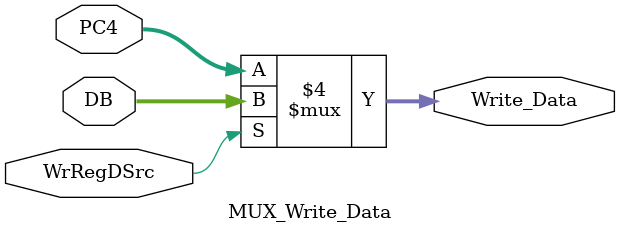
<source format=v>
`timescale 1ns / 1ps

module MUX_Write_Data(
    input [31:0] PC4, DB,
    input WrRegDSrc,
    output reg [31:0] Write_Data
    );
    always @(PC4 or DB or WrRegDSrc) begin
        if (WrRegDSrc == 1) Write_Data = DB;
        else Write_Data = PC4;
    end
endmodule

</source>
